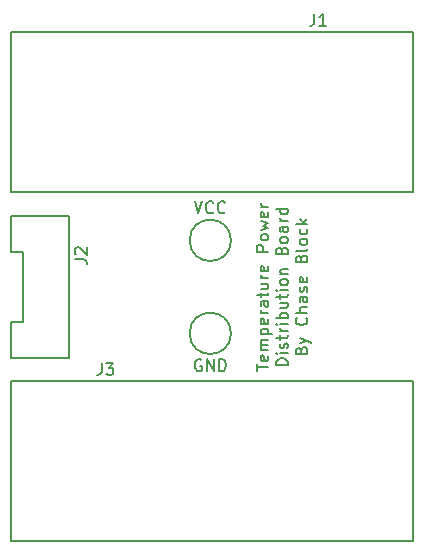
<source format=gbr>
G04 #@! TF.GenerationSoftware,KiCad,Pcbnew,5.1.4-e60b266~84~ubuntu19.04.1*
G04 #@! TF.CreationDate,2019-10-12T12:50:21-05:00*
G04 #@! TF.ProjectId,TemperaturePower,54656d70-6572-4617-9475-7265506f7765,rev?*
G04 #@! TF.SameCoordinates,Original*
G04 #@! TF.FileFunction,Legend,Top*
G04 #@! TF.FilePolarity,Positive*
%FSLAX46Y46*%
G04 Gerber Fmt 4.6, Leading zero omitted, Abs format (unit mm)*
G04 Created by KiCad (PCBNEW 5.1.4-e60b266~84~ubuntu19.04.1) date 2019-10-12 12:50:21*
%MOMM*%
%LPD*%
G04 APERTURE LIST*
%ADD10C,0.150000*%
G04 APERTURE END LIST*
D10*
X138802380Y-125595238D02*
X138802380Y-125023809D01*
X139802380Y-125309523D02*
X138802380Y-125309523D01*
X139754761Y-124309523D02*
X139802380Y-124404761D01*
X139802380Y-124595238D01*
X139754761Y-124690476D01*
X139659523Y-124738095D01*
X139278571Y-124738095D01*
X139183333Y-124690476D01*
X139135714Y-124595238D01*
X139135714Y-124404761D01*
X139183333Y-124309523D01*
X139278571Y-124261904D01*
X139373809Y-124261904D01*
X139469047Y-124738095D01*
X139802380Y-123833333D02*
X139135714Y-123833333D01*
X139230952Y-123833333D02*
X139183333Y-123785714D01*
X139135714Y-123690476D01*
X139135714Y-123547619D01*
X139183333Y-123452380D01*
X139278571Y-123404761D01*
X139802380Y-123404761D01*
X139278571Y-123404761D02*
X139183333Y-123357142D01*
X139135714Y-123261904D01*
X139135714Y-123119047D01*
X139183333Y-123023809D01*
X139278571Y-122976190D01*
X139802380Y-122976190D01*
X139135714Y-122500000D02*
X140135714Y-122500000D01*
X139183333Y-122500000D02*
X139135714Y-122404761D01*
X139135714Y-122214285D01*
X139183333Y-122119047D01*
X139230952Y-122071428D01*
X139326190Y-122023809D01*
X139611904Y-122023809D01*
X139707142Y-122071428D01*
X139754761Y-122119047D01*
X139802380Y-122214285D01*
X139802380Y-122404761D01*
X139754761Y-122500000D01*
X139754761Y-121214285D02*
X139802380Y-121309523D01*
X139802380Y-121500000D01*
X139754761Y-121595238D01*
X139659523Y-121642857D01*
X139278571Y-121642857D01*
X139183333Y-121595238D01*
X139135714Y-121500000D01*
X139135714Y-121309523D01*
X139183333Y-121214285D01*
X139278571Y-121166666D01*
X139373809Y-121166666D01*
X139469047Y-121642857D01*
X139802380Y-120738095D02*
X139135714Y-120738095D01*
X139326190Y-120738095D02*
X139230952Y-120690476D01*
X139183333Y-120642857D01*
X139135714Y-120547619D01*
X139135714Y-120452380D01*
X139802380Y-119690476D02*
X139278571Y-119690476D01*
X139183333Y-119738095D01*
X139135714Y-119833333D01*
X139135714Y-120023809D01*
X139183333Y-120119047D01*
X139754761Y-119690476D02*
X139802380Y-119785714D01*
X139802380Y-120023809D01*
X139754761Y-120119047D01*
X139659523Y-120166666D01*
X139564285Y-120166666D01*
X139469047Y-120119047D01*
X139421428Y-120023809D01*
X139421428Y-119785714D01*
X139373809Y-119690476D01*
X139135714Y-119357142D02*
X139135714Y-118976190D01*
X138802380Y-119214285D02*
X139659523Y-119214285D01*
X139754761Y-119166666D01*
X139802380Y-119071428D01*
X139802380Y-118976190D01*
X139135714Y-118214285D02*
X139802380Y-118214285D01*
X139135714Y-118642857D02*
X139659523Y-118642857D01*
X139754761Y-118595238D01*
X139802380Y-118500000D01*
X139802380Y-118357142D01*
X139754761Y-118261904D01*
X139707142Y-118214285D01*
X139802380Y-117738095D02*
X139135714Y-117738095D01*
X139326190Y-117738095D02*
X139230952Y-117690476D01*
X139183333Y-117642857D01*
X139135714Y-117547619D01*
X139135714Y-117452380D01*
X139754761Y-116738095D02*
X139802380Y-116833333D01*
X139802380Y-117023809D01*
X139754761Y-117119047D01*
X139659523Y-117166666D01*
X139278571Y-117166666D01*
X139183333Y-117119047D01*
X139135714Y-117023809D01*
X139135714Y-116833333D01*
X139183333Y-116738095D01*
X139278571Y-116690476D01*
X139373809Y-116690476D01*
X139469047Y-117166666D01*
X139802380Y-115500000D02*
X138802380Y-115500000D01*
X138802380Y-115119047D01*
X138850000Y-115023809D01*
X138897619Y-114976190D01*
X138992857Y-114928571D01*
X139135714Y-114928571D01*
X139230952Y-114976190D01*
X139278571Y-115023809D01*
X139326190Y-115119047D01*
X139326190Y-115500000D01*
X139802380Y-114357142D02*
X139754761Y-114452380D01*
X139707142Y-114500000D01*
X139611904Y-114547619D01*
X139326190Y-114547619D01*
X139230952Y-114500000D01*
X139183333Y-114452380D01*
X139135714Y-114357142D01*
X139135714Y-114214285D01*
X139183333Y-114119047D01*
X139230952Y-114071428D01*
X139326190Y-114023809D01*
X139611904Y-114023809D01*
X139707142Y-114071428D01*
X139754761Y-114119047D01*
X139802380Y-114214285D01*
X139802380Y-114357142D01*
X139135714Y-113690476D02*
X139802380Y-113500000D01*
X139326190Y-113309523D01*
X139802380Y-113119047D01*
X139135714Y-112928571D01*
X139754761Y-112166666D02*
X139802380Y-112261904D01*
X139802380Y-112452380D01*
X139754761Y-112547619D01*
X139659523Y-112595238D01*
X139278571Y-112595238D01*
X139183333Y-112547619D01*
X139135714Y-112452380D01*
X139135714Y-112261904D01*
X139183333Y-112166666D01*
X139278571Y-112119047D01*
X139373809Y-112119047D01*
X139469047Y-112595238D01*
X139802380Y-111690476D02*
X139135714Y-111690476D01*
X139326190Y-111690476D02*
X139230952Y-111642857D01*
X139183333Y-111595238D01*
X139135714Y-111500000D01*
X139135714Y-111404761D01*
X141452380Y-125119047D02*
X140452380Y-125119047D01*
X140452380Y-124880952D01*
X140500000Y-124738095D01*
X140595238Y-124642857D01*
X140690476Y-124595238D01*
X140880952Y-124547619D01*
X141023809Y-124547619D01*
X141214285Y-124595238D01*
X141309523Y-124642857D01*
X141404761Y-124738095D01*
X141452380Y-124880952D01*
X141452380Y-125119047D01*
X141452380Y-124119047D02*
X140785714Y-124119047D01*
X140452380Y-124119047D02*
X140500000Y-124166666D01*
X140547619Y-124119047D01*
X140500000Y-124071428D01*
X140452380Y-124119047D01*
X140547619Y-124119047D01*
X141404761Y-123690476D02*
X141452380Y-123595238D01*
X141452380Y-123404761D01*
X141404761Y-123309523D01*
X141309523Y-123261904D01*
X141261904Y-123261904D01*
X141166666Y-123309523D01*
X141119047Y-123404761D01*
X141119047Y-123547619D01*
X141071428Y-123642857D01*
X140976190Y-123690476D01*
X140928571Y-123690476D01*
X140833333Y-123642857D01*
X140785714Y-123547619D01*
X140785714Y-123404761D01*
X140833333Y-123309523D01*
X140785714Y-122976190D02*
X140785714Y-122595238D01*
X140452380Y-122833333D02*
X141309523Y-122833333D01*
X141404761Y-122785714D01*
X141452380Y-122690476D01*
X141452380Y-122595238D01*
X141452380Y-122261904D02*
X140785714Y-122261904D01*
X140976190Y-122261904D02*
X140880952Y-122214285D01*
X140833333Y-122166666D01*
X140785714Y-122071428D01*
X140785714Y-121976190D01*
X141452380Y-121642857D02*
X140785714Y-121642857D01*
X140452380Y-121642857D02*
X140500000Y-121690476D01*
X140547619Y-121642857D01*
X140500000Y-121595238D01*
X140452380Y-121642857D01*
X140547619Y-121642857D01*
X141452380Y-121166666D02*
X140452380Y-121166666D01*
X140833333Y-121166666D02*
X140785714Y-121071428D01*
X140785714Y-120880952D01*
X140833333Y-120785714D01*
X140880952Y-120738095D01*
X140976190Y-120690476D01*
X141261904Y-120690476D01*
X141357142Y-120738095D01*
X141404761Y-120785714D01*
X141452380Y-120880952D01*
X141452380Y-121071428D01*
X141404761Y-121166666D01*
X140785714Y-119833333D02*
X141452380Y-119833333D01*
X140785714Y-120261904D02*
X141309523Y-120261904D01*
X141404761Y-120214285D01*
X141452380Y-120119047D01*
X141452380Y-119976190D01*
X141404761Y-119880952D01*
X141357142Y-119833333D01*
X140785714Y-119500000D02*
X140785714Y-119119047D01*
X140452380Y-119357142D02*
X141309523Y-119357142D01*
X141404761Y-119309523D01*
X141452380Y-119214285D01*
X141452380Y-119119047D01*
X141452380Y-118785714D02*
X140785714Y-118785714D01*
X140452380Y-118785714D02*
X140500000Y-118833333D01*
X140547619Y-118785714D01*
X140500000Y-118738095D01*
X140452380Y-118785714D01*
X140547619Y-118785714D01*
X141452380Y-118166666D02*
X141404761Y-118261904D01*
X141357142Y-118309523D01*
X141261904Y-118357142D01*
X140976190Y-118357142D01*
X140880952Y-118309523D01*
X140833333Y-118261904D01*
X140785714Y-118166666D01*
X140785714Y-118023809D01*
X140833333Y-117928571D01*
X140880952Y-117880952D01*
X140976190Y-117833333D01*
X141261904Y-117833333D01*
X141357142Y-117880952D01*
X141404761Y-117928571D01*
X141452380Y-118023809D01*
X141452380Y-118166666D01*
X140785714Y-117404761D02*
X141452380Y-117404761D01*
X140880952Y-117404761D02*
X140833333Y-117357142D01*
X140785714Y-117261904D01*
X140785714Y-117119047D01*
X140833333Y-117023809D01*
X140928571Y-116976190D01*
X141452380Y-116976190D01*
X140928571Y-115404761D02*
X140976190Y-115261904D01*
X141023809Y-115214285D01*
X141119047Y-115166666D01*
X141261904Y-115166666D01*
X141357142Y-115214285D01*
X141404761Y-115261904D01*
X141452380Y-115357142D01*
X141452380Y-115738095D01*
X140452380Y-115738095D01*
X140452380Y-115404761D01*
X140500000Y-115309523D01*
X140547619Y-115261904D01*
X140642857Y-115214285D01*
X140738095Y-115214285D01*
X140833333Y-115261904D01*
X140880952Y-115309523D01*
X140928571Y-115404761D01*
X140928571Y-115738095D01*
X141452380Y-114595238D02*
X141404761Y-114690476D01*
X141357142Y-114738095D01*
X141261904Y-114785714D01*
X140976190Y-114785714D01*
X140880952Y-114738095D01*
X140833333Y-114690476D01*
X140785714Y-114595238D01*
X140785714Y-114452380D01*
X140833333Y-114357142D01*
X140880952Y-114309523D01*
X140976190Y-114261904D01*
X141261904Y-114261904D01*
X141357142Y-114309523D01*
X141404761Y-114357142D01*
X141452380Y-114452380D01*
X141452380Y-114595238D01*
X141452380Y-113404761D02*
X140928571Y-113404761D01*
X140833333Y-113452380D01*
X140785714Y-113547619D01*
X140785714Y-113738095D01*
X140833333Y-113833333D01*
X141404761Y-113404761D02*
X141452380Y-113500000D01*
X141452380Y-113738095D01*
X141404761Y-113833333D01*
X141309523Y-113880952D01*
X141214285Y-113880952D01*
X141119047Y-113833333D01*
X141071428Y-113738095D01*
X141071428Y-113500000D01*
X141023809Y-113404761D01*
X141452380Y-112928571D02*
X140785714Y-112928571D01*
X140976190Y-112928571D02*
X140880952Y-112880952D01*
X140833333Y-112833333D01*
X140785714Y-112738095D01*
X140785714Y-112642857D01*
X141452380Y-111880952D02*
X140452380Y-111880952D01*
X141404761Y-111880952D02*
X141452380Y-111976190D01*
X141452380Y-112166666D01*
X141404761Y-112261904D01*
X141357142Y-112309523D01*
X141261904Y-112357142D01*
X140976190Y-112357142D01*
X140880952Y-112309523D01*
X140833333Y-112261904D01*
X140785714Y-112166666D01*
X140785714Y-111976190D01*
X140833333Y-111880952D01*
X142578571Y-123857142D02*
X142626190Y-123714285D01*
X142673809Y-123666666D01*
X142769047Y-123619047D01*
X142911904Y-123619047D01*
X143007142Y-123666666D01*
X143054761Y-123714285D01*
X143102380Y-123809523D01*
X143102380Y-124190476D01*
X142102380Y-124190476D01*
X142102380Y-123857142D01*
X142150000Y-123761904D01*
X142197619Y-123714285D01*
X142292857Y-123666666D01*
X142388095Y-123666666D01*
X142483333Y-123714285D01*
X142530952Y-123761904D01*
X142578571Y-123857142D01*
X142578571Y-124190476D01*
X142435714Y-123285714D02*
X143102380Y-123047619D01*
X142435714Y-122809523D02*
X143102380Y-123047619D01*
X143340476Y-123142857D01*
X143388095Y-123190476D01*
X143435714Y-123285714D01*
X143007142Y-121095238D02*
X143054761Y-121142857D01*
X143102380Y-121285714D01*
X143102380Y-121380952D01*
X143054761Y-121523809D01*
X142959523Y-121619047D01*
X142864285Y-121666666D01*
X142673809Y-121714285D01*
X142530952Y-121714285D01*
X142340476Y-121666666D01*
X142245238Y-121619047D01*
X142150000Y-121523809D01*
X142102380Y-121380952D01*
X142102380Y-121285714D01*
X142150000Y-121142857D01*
X142197619Y-121095238D01*
X143102380Y-120666666D02*
X142102380Y-120666666D01*
X143102380Y-120238095D02*
X142578571Y-120238095D01*
X142483333Y-120285714D01*
X142435714Y-120380952D01*
X142435714Y-120523809D01*
X142483333Y-120619047D01*
X142530952Y-120666666D01*
X143102380Y-119333333D02*
X142578571Y-119333333D01*
X142483333Y-119380952D01*
X142435714Y-119476190D01*
X142435714Y-119666666D01*
X142483333Y-119761904D01*
X143054761Y-119333333D02*
X143102380Y-119428571D01*
X143102380Y-119666666D01*
X143054761Y-119761904D01*
X142959523Y-119809523D01*
X142864285Y-119809523D01*
X142769047Y-119761904D01*
X142721428Y-119666666D01*
X142721428Y-119428571D01*
X142673809Y-119333333D01*
X143054761Y-118904761D02*
X143102380Y-118809523D01*
X143102380Y-118619047D01*
X143054761Y-118523809D01*
X142959523Y-118476190D01*
X142911904Y-118476190D01*
X142816666Y-118523809D01*
X142769047Y-118619047D01*
X142769047Y-118761904D01*
X142721428Y-118857142D01*
X142626190Y-118904761D01*
X142578571Y-118904761D01*
X142483333Y-118857142D01*
X142435714Y-118761904D01*
X142435714Y-118619047D01*
X142483333Y-118523809D01*
X143054761Y-117666666D02*
X143102380Y-117761904D01*
X143102380Y-117952380D01*
X143054761Y-118047619D01*
X142959523Y-118095238D01*
X142578571Y-118095238D01*
X142483333Y-118047619D01*
X142435714Y-117952380D01*
X142435714Y-117761904D01*
X142483333Y-117666666D01*
X142578571Y-117619047D01*
X142673809Y-117619047D01*
X142769047Y-118095238D01*
X142578571Y-116095238D02*
X142626190Y-115952380D01*
X142673809Y-115904761D01*
X142769047Y-115857142D01*
X142911904Y-115857142D01*
X143007142Y-115904761D01*
X143054761Y-115952380D01*
X143102380Y-116047619D01*
X143102380Y-116428571D01*
X142102380Y-116428571D01*
X142102380Y-116095238D01*
X142150000Y-116000000D01*
X142197619Y-115952380D01*
X142292857Y-115904761D01*
X142388095Y-115904761D01*
X142483333Y-115952380D01*
X142530952Y-116000000D01*
X142578571Y-116095238D01*
X142578571Y-116428571D01*
X143102380Y-115285714D02*
X143054761Y-115380952D01*
X142959523Y-115428571D01*
X142102380Y-115428571D01*
X143102380Y-114761904D02*
X143054761Y-114857142D01*
X143007142Y-114904761D01*
X142911904Y-114952380D01*
X142626190Y-114952380D01*
X142530952Y-114904761D01*
X142483333Y-114857142D01*
X142435714Y-114761904D01*
X142435714Y-114619047D01*
X142483333Y-114523809D01*
X142530952Y-114476190D01*
X142626190Y-114428571D01*
X142911904Y-114428571D01*
X143007142Y-114476190D01*
X143054761Y-114523809D01*
X143102380Y-114619047D01*
X143102380Y-114761904D01*
X143054761Y-113571428D02*
X143102380Y-113666666D01*
X143102380Y-113857142D01*
X143054761Y-113952380D01*
X143007142Y-114000000D01*
X142911904Y-114047619D01*
X142626190Y-114047619D01*
X142530952Y-114000000D01*
X142483333Y-113952380D01*
X142435714Y-113857142D01*
X142435714Y-113666666D01*
X142483333Y-113571428D01*
X143102380Y-113142857D02*
X142102380Y-113142857D01*
X142721428Y-113047619D02*
X143102380Y-112761904D01*
X142435714Y-112761904D02*
X142816666Y-113142857D01*
X152000000Y-110420000D02*
X118000000Y-110420000D01*
X118000000Y-97920000D02*
X118000000Y-110420000D01*
X152000000Y-97920000D02*
X152000000Y-110420000D01*
X122000000Y-96920000D02*
X118000000Y-96920000D01*
X118000000Y-96920000D02*
X118000000Y-97920000D01*
X122000000Y-96920000D02*
X152000000Y-96920000D01*
X152000000Y-96920000D02*
X152000000Y-97920000D01*
X118000000Y-124500000D02*
X118000000Y-121500000D01*
X118000000Y-121500000D02*
X119000000Y-121500000D01*
X119000000Y-121500000D02*
X119000000Y-115500000D01*
X119000000Y-115500000D02*
X118000000Y-115500000D01*
X118000000Y-115500000D02*
X118000000Y-112500000D01*
X118000000Y-112500000D02*
X122900000Y-112500000D01*
X122900000Y-112500000D02*
X122900000Y-124500000D01*
X122900000Y-124500000D02*
X118000000Y-124500000D01*
X118000000Y-140000000D02*
X118000000Y-139000000D01*
X148000000Y-140000000D02*
X118000000Y-140000000D01*
X152000000Y-140000000D02*
X152000000Y-139000000D01*
X148000000Y-140000000D02*
X152000000Y-140000000D01*
X118000000Y-139000000D02*
X118000000Y-126500000D01*
X152000000Y-139000000D02*
X152000000Y-126500000D01*
X118000000Y-126500000D02*
X152000000Y-126500000D01*
X136624000Y-114554000D02*
G75*
G03X136624000Y-114554000I-1750000J0D01*
G01*
X136624000Y-122428000D02*
G75*
G03X136624000Y-122428000I-1750000J0D01*
G01*
X143666666Y-95372380D02*
X143666666Y-96086666D01*
X143619047Y-96229523D01*
X143523809Y-96324761D01*
X143380952Y-96372380D01*
X143285714Y-96372380D01*
X144666666Y-96372380D02*
X144095238Y-96372380D01*
X144380952Y-96372380D02*
X144380952Y-95372380D01*
X144285714Y-95515238D01*
X144190476Y-95610476D01*
X144095238Y-95658095D01*
X123404380Y-116157333D02*
X124118666Y-116157333D01*
X124261523Y-116204952D01*
X124356761Y-116300190D01*
X124404380Y-116443047D01*
X124404380Y-116538285D01*
X123499619Y-115728761D02*
X123452000Y-115681142D01*
X123404380Y-115585904D01*
X123404380Y-115347809D01*
X123452000Y-115252571D01*
X123499619Y-115204952D01*
X123594857Y-115157333D01*
X123690095Y-115157333D01*
X123832952Y-115204952D01*
X124404380Y-115776380D01*
X124404380Y-115157333D01*
X125666666Y-124952380D02*
X125666666Y-125666666D01*
X125619047Y-125809523D01*
X125523809Y-125904761D01*
X125380952Y-125952380D01*
X125285714Y-125952380D01*
X126047619Y-124952380D02*
X126666666Y-124952380D01*
X126333333Y-125333333D01*
X126476190Y-125333333D01*
X126571428Y-125380952D01*
X126619047Y-125428571D01*
X126666666Y-125523809D01*
X126666666Y-125761904D01*
X126619047Y-125857142D01*
X126571428Y-125904761D01*
X126476190Y-125952380D01*
X126190476Y-125952380D01*
X126095238Y-125904761D01*
X126047619Y-125857142D01*
X133540666Y-111256380D02*
X133874000Y-112256380D01*
X134207333Y-111256380D01*
X135112095Y-112161142D02*
X135064476Y-112208761D01*
X134921619Y-112256380D01*
X134826380Y-112256380D01*
X134683523Y-112208761D01*
X134588285Y-112113523D01*
X134540666Y-112018285D01*
X134493047Y-111827809D01*
X134493047Y-111684952D01*
X134540666Y-111494476D01*
X134588285Y-111399238D01*
X134683523Y-111304000D01*
X134826380Y-111256380D01*
X134921619Y-111256380D01*
X135064476Y-111304000D01*
X135112095Y-111351619D01*
X136112095Y-112161142D02*
X136064476Y-112208761D01*
X135921619Y-112256380D01*
X135826380Y-112256380D01*
X135683523Y-112208761D01*
X135588285Y-112113523D01*
X135540666Y-112018285D01*
X135493047Y-111827809D01*
X135493047Y-111684952D01*
X135540666Y-111494476D01*
X135588285Y-111399238D01*
X135683523Y-111304000D01*
X135826380Y-111256380D01*
X135921619Y-111256380D01*
X136064476Y-111304000D01*
X136112095Y-111351619D01*
X134112095Y-124678000D02*
X134016857Y-124630380D01*
X133874000Y-124630380D01*
X133731142Y-124678000D01*
X133635904Y-124773238D01*
X133588285Y-124868476D01*
X133540666Y-125058952D01*
X133540666Y-125201809D01*
X133588285Y-125392285D01*
X133635904Y-125487523D01*
X133731142Y-125582761D01*
X133874000Y-125630380D01*
X133969238Y-125630380D01*
X134112095Y-125582761D01*
X134159714Y-125535142D01*
X134159714Y-125201809D01*
X133969238Y-125201809D01*
X134588285Y-125630380D02*
X134588285Y-124630380D01*
X135159714Y-125630380D01*
X135159714Y-124630380D01*
X135635904Y-125630380D02*
X135635904Y-124630380D01*
X135874000Y-124630380D01*
X136016857Y-124678000D01*
X136112095Y-124773238D01*
X136159714Y-124868476D01*
X136207333Y-125058952D01*
X136207333Y-125201809D01*
X136159714Y-125392285D01*
X136112095Y-125487523D01*
X136016857Y-125582761D01*
X135874000Y-125630380D01*
X135635904Y-125630380D01*
M02*

</source>
